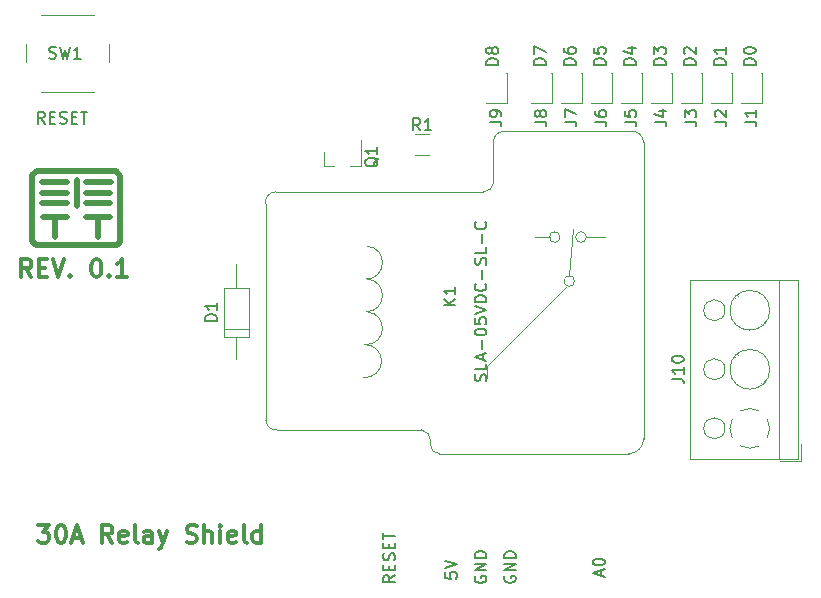
<source format=gto>
G04 #@! TF.GenerationSoftware,KiCad,Pcbnew,(2017-11-08 revision cd21218)-HEAD*
G04 #@! TF.CreationDate,2018-02-05T18:12:23+02:00*
G04 #@! TF.ProjectId,esp8266_uno_relay,657370383236365F756E6F5F72656C61,rev?*
G04 #@! TF.SameCoordinates,Original*
G04 #@! TF.FileFunction,Legend,Top*
G04 #@! TF.FilePolarity,Positive*
%FSLAX46Y46*%
G04 Gerber Fmt 4.6, Leading zero omitted, Abs format (unit mm)*
G04 Created by KiCad (PCBNEW (2017-11-08 revision cd21218)-HEAD) date Mon Feb  5 18:12:23 2018*
%MOMM*%
%LPD*%
G01*
G04 APERTURE LIST*
%ADD10C,0.300000*%
%ADD11C,0.150000*%
%ADD12C,0.500000*%
%ADD13C,0.100000*%
%ADD14C,0.120000*%
%ADD15C,3.600000*%
%ADD16C,4.600000*%
%ADD17C,2.800000*%
%ADD18O,2.000000X2.000000*%
%ADD19R,2.000000X2.000000*%
%ADD20R,1.670000X1.370000*%
%ADD21R,2.900000X2.900000*%
%ADD22C,2.900000*%
%ADD23R,1.200000X1.300000*%
%ADD24R,1.900000X1.700000*%
%ADD25C,2.400000*%
G04 APERTURE END LIST*
D10*
X107678571Y-116428571D02*
X107178571Y-115714285D01*
X106821428Y-116428571D02*
X106821428Y-114928571D01*
X107392857Y-114928571D01*
X107535714Y-115000000D01*
X107607142Y-115071428D01*
X107678571Y-115214285D01*
X107678571Y-115428571D01*
X107607142Y-115571428D01*
X107535714Y-115642857D01*
X107392857Y-115714285D01*
X106821428Y-115714285D01*
X108321428Y-115642857D02*
X108821428Y-115642857D01*
X109035714Y-116428571D02*
X108321428Y-116428571D01*
X108321428Y-114928571D01*
X109035714Y-114928571D01*
X109464285Y-114928571D02*
X109964285Y-116428571D01*
X110464285Y-114928571D01*
X110964285Y-116285714D02*
X111035714Y-116357142D01*
X110964285Y-116428571D01*
X110892857Y-116357142D01*
X110964285Y-116285714D01*
X110964285Y-116428571D01*
X113107142Y-114928571D02*
X113250000Y-114928571D01*
X113392857Y-115000000D01*
X113464285Y-115071428D01*
X113535714Y-115214285D01*
X113607142Y-115500000D01*
X113607142Y-115857142D01*
X113535714Y-116142857D01*
X113464285Y-116285714D01*
X113392857Y-116357142D01*
X113250000Y-116428571D01*
X113107142Y-116428571D01*
X112964285Y-116357142D01*
X112892857Y-116285714D01*
X112821428Y-116142857D01*
X112750000Y-115857142D01*
X112750000Y-115500000D01*
X112821428Y-115214285D01*
X112892857Y-115071428D01*
X112964285Y-115000000D01*
X113107142Y-114928571D01*
X114250000Y-116285714D02*
X114321428Y-116357142D01*
X114250000Y-116428571D01*
X114178571Y-116357142D01*
X114250000Y-116285714D01*
X114250000Y-116428571D01*
X115750000Y-116428571D02*
X114892857Y-116428571D01*
X115321428Y-116428571D02*
X115321428Y-114928571D01*
X115178571Y-115142857D01*
X115035714Y-115285714D01*
X114892857Y-115357142D01*
D11*
X168982380Y-98488095D02*
X167982380Y-98488095D01*
X167982380Y-98250000D01*
X168030000Y-98107142D01*
X168125238Y-98011904D01*
X168220476Y-97964285D01*
X168410952Y-97916666D01*
X168553809Y-97916666D01*
X168744285Y-97964285D01*
X168839523Y-98011904D01*
X168934761Y-98107142D01*
X168982380Y-98250000D01*
X168982380Y-98488095D01*
X167982380Y-97297619D02*
X167982380Y-97202380D01*
X168030000Y-97107142D01*
X168077619Y-97059523D01*
X168172857Y-97011904D01*
X168363333Y-96964285D01*
X168601428Y-96964285D01*
X168791904Y-97011904D01*
X168887142Y-97059523D01*
X168934761Y-97107142D01*
X168982380Y-97202380D01*
X168982380Y-97297619D01*
X168934761Y-97392857D01*
X168887142Y-97440476D01*
X168791904Y-97488095D01*
X168601428Y-97535714D01*
X168363333Y-97535714D01*
X168172857Y-97488095D01*
X168077619Y-97440476D01*
X168030000Y-97392857D01*
X167982380Y-97297619D01*
X166442380Y-98488095D02*
X165442380Y-98488095D01*
X165442380Y-98250000D01*
X165490000Y-98107142D01*
X165585238Y-98011904D01*
X165680476Y-97964285D01*
X165870952Y-97916666D01*
X166013809Y-97916666D01*
X166204285Y-97964285D01*
X166299523Y-98011904D01*
X166394761Y-98107142D01*
X166442380Y-98250000D01*
X166442380Y-98488095D01*
X166442380Y-96964285D02*
X166442380Y-97535714D01*
X166442380Y-97250000D02*
X165442380Y-97250000D01*
X165585238Y-97345238D01*
X165680476Y-97440476D01*
X165728095Y-97535714D01*
X163902380Y-98488095D02*
X162902380Y-98488095D01*
X162902380Y-98250000D01*
X162950000Y-98107142D01*
X163045238Y-98011904D01*
X163140476Y-97964285D01*
X163330952Y-97916666D01*
X163473809Y-97916666D01*
X163664285Y-97964285D01*
X163759523Y-98011904D01*
X163854761Y-98107142D01*
X163902380Y-98250000D01*
X163902380Y-98488095D01*
X162997619Y-97535714D02*
X162950000Y-97488095D01*
X162902380Y-97392857D01*
X162902380Y-97154761D01*
X162950000Y-97059523D01*
X162997619Y-97011904D01*
X163092857Y-96964285D01*
X163188095Y-96964285D01*
X163330952Y-97011904D01*
X163902380Y-97583333D01*
X163902380Y-96964285D01*
X161362380Y-98488095D02*
X160362380Y-98488095D01*
X160362380Y-98250000D01*
X160410000Y-98107142D01*
X160505238Y-98011904D01*
X160600476Y-97964285D01*
X160790952Y-97916666D01*
X160933809Y-97916666D01*
X161124285Y-97964285D01*
X161219523Y-98011904D01*
X161314761Y-98107142D01*
X161362380Y-98250000D01*
X161362380Y-98488095D01*
X160362380Y-97583333D02*
X160362380Y-96964285D01*
X160743333Y-97297619D01*
X160743333Y-97154761D01*
X160790952Y-97059523D01*
X160838571Y-97011904D01*
X160933809Y-96964285D01*
X161171904Y-96964285D01*
X161267142Y-97011904D01*
X161314761Y-97059523D01*
X161362380Y-97154761D01*
X161362380Y-97440476D01*
X161314761Y-97535714D01*
X161267142Y-97583333D01*
X158822380Y-98488095D02*
X157822380Y-98488095D01*
X157822380Y-98250000D01*
X157870000Y-98107142D01*
X157965238Y-98011904D01*
X158060476Y-97964285D01*
X158250952Y-97916666D01*
X158393809Y-97916666D01*
X158584285Y-97964285D01*
X158679523Y-98011904D01*
X158774761Y-98107142D01*
X158822380Y-98250000D01*
X158822380Y-98488095D01*
X158155714Y-97059523D02*
X158822380Y-97059523D01*
X157774761Y-97297619D02*
X158489047Y-97535714D01*
X158489047Y-96916666D01*
X156282380Y-98488095D02*
X155282380Y-98488095D01*
X155282380Y-98250000D01*
X155330000Y-98107142D01*
X155425238Y-98011904D01*
X155520476Y-97964285D01*
X155710952Y-97916666D01*
X155853809Y-97916666D01*
X156044285Y-97964285D01*
X156139523Y-98011904D01*
X156234761Y-98107142D01*
X156282380Y-98250000D01*
X156282380Y-98488095D01*
X155282380Y-97011904D02*
X155282380Y-97488095D01*
X155758571Y-97535714D01*
X155710952Y-97488095D01*
X155663333Y-97392857D01*
X155663333Y-97154761D01*
X155710952Y-97059523D01*
X155758571Y-97011904D01*
X155853809Y-96964285D01*
X156091904Y-96964285D01*
X156187142Y-97011904D01*
X156234761Y-97059523D01*
X156282380Y-97154761D01*
X156282380Y-97392857D01*
X156234761Y-97488095D01*
X156187142Y-97535714D01*
X153742380Y-98488095D02*
X152742380Y-98488095D01*
X152742380Y-98250000D01*
X152790000Y-98107142D01*
X152885238Y-98011904D01*
X152980476Y-97964285D01*
X153170952Y-97916666D01*
X153313809Y-97916666D01*
X153504285Y-97964285D01*
X153599523Y-98011904D01*
X153694761Y-98107142D01*
X153742380Y-98250000D01*
X153742380Y-98488095D01*
X152742380Y-97059523D02*
X152742380Y-97250000D01*
X152790000Y-97345238D01*
X152837619Y-97392857D01*
X152980476Y-97488095D01*
X153170952Y-97535714D01*
X153551904Y-97535714D01*
X153647142Y-97488095D01*
X153694761Y-97440476D01*
X153742380Y-97345238D01*
X153742380Y-97154761D01*
X153694761Y-97059523D01*
X153647142Y-97011904D01*
X153551904Y-96964285D01*
X153313809Y-96964285D01*
X153218571Y-97011904D01*
X153170952Y-97059523D01*
X153123333Y-97154761D01*
X153123333Y-97345238D01*
X153170952Y-97440476D01*
X153218571Y-97488095D01*
X153313809Y-97535714D01*
X151202380Y-98488095D02*
X150202380Y-98488095D01*
X150202380Y-98250000D01*
X150250000Y-98107142D01*
X150345238Y-98011904D01*
X150440476Y-97964285D01*
X150630952Y-97916666D01*
X150773809Y-97916666D01*
X150964285Y-97964285D01*
X151059523Y-98011904D01*
X151154761Y-98107142D01*
X151202380Y-98250000D01*
X151202380Y-98488095D01*
X150202380Y-97583333D02*
X150202380Y-96916666D01*
X151202380Y-97345238D01*
X147202380Y-98488095D02*
X146202380Y-98488095D01*
X146202380Y-98250000D01*
X146250000Y-98107142D01*
X146345238Y-98011904D01*
X146440476Y-97964285D01*
X146630952Y-97916666D01*
X146773809Y-97916666D01*
X146964285Y-97964285D01*
X147059523Y-98011904D01*
X147154761Y-98107142D01*
X147202380Y-98250000D01*
X147202380Y-98488095D01*
X146630952Y-97345238D02*
X146583333Y-97440476D01*
X146535714Y-97488095D01*
X146440476Y-97535714D01*
X146392857Y-97535714D01*
X146297619Y-97488095D01*
X146250000Y-97440476D01*
X146202380Y-97345238D01*
X146202380Y-97154761D01*
X146250000Y-97059523D01*
X146297619Y-97011904D01*
X146392857Y-96964285D01*
X146440476Y-96964285D01*
X146535714Y-97011904D01*
X146583333Y-97059523D01*
X146630952Y-97154761D01*
X146630952Y-97345238D01*
X146678571Y-97440476D01*
X146726190Y-97488095D01*
X146821428Y-97535714D01*
X147011904Y-97535714D01*
X147107142Y-97488095D01*
X147154761Y-97440476D01*
X147202380Y-97345238D01*
X147202380Y-97154761D01*
X147154761Y-97059523D01*
X147107142Y-97011904D01*
X147011904Y-96964285D01*
X146821428Y-96964285D01*
X146726190Y-97011904D01*
X146678571Y-97059523D01*
X146630952Y-97154761D01*
X155916666Y-141714285D02*
X155916666Y-141238095D01*
X156202380Y-141809523D02*
X155202380Y-141476190D01*
X156202380Y-141142857D01*
X155202380Y-140619047D02*
X155202380Y-140523809D01*
X155250000Y-140428571D01*
X155297619Y-140380952D01*
X155392857Y-140333333D01*
X155583333Y-140285714D01*
X155821428Y-140285714D01*
X156011904Y-140333333D01*
X156107142Y-140380952D01*
X156154761Y-140428571D01*
X156202380Y-140523809D01*
X156202380Y-140619047D01*
X156154761Y-140714285D01*
X156107142Y-140761904D01*
X156011904Y-140809523D01*
X155821428Y-140857142D01*
X155583333Y-140857142D01*
X155392857Y-140809523D01*
X155297619Y-140761904D01*
X155250000Y-140714285D01*
X155202380Y-140619047D01*
X147750000Y-141761904D02*
X147702380Y-141857142D01*
X147702380Y-142000000D01*
X147750000Y-142142857D01*
X147845238Y-142238095D01*
X147940476Y-142285714D01*
X148130952Y-142333333D01*
X148273809Y-142333333D01*
X148464285Y-142285714D01*
X148559523Y-142238095D01*
X148654761Y-142142857D01*
X148702380Y-142000000D01*
X148702380Y-141904761D01*
X148654761Y-141761904D01*
X148607142Y-141714285D01*
X148273809Y-141714285D01*
X148273809Y-141904761D01*
X148702380Y-141285714D02*
X147702380Y-141285714D01*
X148702380Y-140714285D01*
X147702380Y-140714285D01*
X148702380Y-140238095D02*
X147702380Y-140238095D01*
X147702380Y-140000000D01*
X147750000Y-139857142D01*
X147845238Y-139761904D01*
X147940476Y-139714285D01*
X148130952Y-139666666D01*
X148273809Y-139666666D01*
X148464285Y-139714285D01*
X148559523Y-139761904D01*
X148654761Y-139857142D01*
X148702380Y-140000000D01*
X148702380Y-140238095D01*
X145250000Y-141761904D02*
X145202380Y-141857142D01*
X145202380Y-142000000D01*
X145250000Y-142142857D01*
X145345238Y-142238095D01*
X145440476Y-142285714D01*
X145630952Y-142333333D01*
X145773809Y-142333333D01*
X145964285Y-142285714D01*
X146059523Y-142238095D01*
X146154761Y-142142857D01*
X146202380Y-142000000D01*
X146202380Y-141904761D01*
X146154761Y-141761904D01*
X146107142Y-141714285D01*
X145773809Y-141714285D01*
X145773809Y-141904761D01*
X146202380Y-141285714D02*
X145202380Y-141285714D01*
X146202380Y-140714285D01*
X145202380Y-140714285D01*
X146202380Y-140238095D02*
X145202380Y-140238095D01*
X145202380Y-140000000D01*
X145250000Y-139857142D01*
X145345238Y-139761904D01*
X145440476Y-139714285D01*
X145630952Y-139666666D01*
X145773809Y-139666666D01*
X145964285Y-139714285D01*
X146059523Y-139761904D01*
X146154761Y-139857142D01*
X146202380Y-140000000D01*
X146202380Y-140238095D01*
X138452380Y-141702380D02*
X137976190Y-142035714D01*
X138452380Y-142273809D02*
X137452380Y-142273809D01*
X137452380Y-141892857D01*
X137500000Y-141797619D01*
X137547619Y-141750000D01*
X137642857Y-141702380D01*
X137785714Y-141702380D01*
X137880952Y-141750000D01*
X137928571Y-141797619D01*
X137976190Y-141892857D01*
X137976190Y-142273809D01*
X137928571Y-141273809D02*
X137928571Y-140940476D01*
X138452380Y-140797619D02*
X138452380Y-141273809D01*
X137452380Y-141273809D01*
X137452380Y-140797619D01*
X138404761Y-140416666D02*
X138452380Y-140273809D01*
X138452380Y-140035714D01*
X138404761Y-139940476D01*
X138357142Y-139892857D01*
X138261904Y-139845238D01*
X138166666Y-139845238D01*
X138071428Y-139892857D01*
X138023809Y-139940476D01*
X137976190Y-140035714D01*
X137928571Y-140226190D01*
X137880952Y-140321428D01*
X137833333Y-140369047D01*
X137738095Y-140416666D01*
X137642857Y-140416666D01*
X137547619Y-140369047D01*
X137500000Y-140321428D01*
X137452380Y-140226190D01*
X137452380Y-139988095D01*
X137500000Y-139845238D01*
X137928571Y-139416666D02*
X137928571Y-139083333D01*
X138452380Y-138940476D02*
X138452380Y-139416666D01*
X137452380Y-139416666D01*
X137452380Y-138940476D01*
X137452380Y-138654761D02*
X137452380Y-138083333D01*
X138452380Y-138369047D02*
X137452380Y-138369047D01*
X142702380Y-141440476D02*
X142702380Y-141916666D01*
X143178571Y-141964285D01*
X143130952Y-141916666D01*
X143083333Y-141821428D01*
X143083333Y-141583333D01*
X143130952Y-141488095D01*
X143178571Y-141440476D01*
X143273809Y-141392857D01*
X143511904Y-141392857D01*
X143607142Y-141440476D01*
X143654761Y-141488095D01*
X143702380Y-141583333D01*
X143702380Y-141821428D01*
X143654761Y-141916666D01*
X143607142Y-141964285D01*
X142702380Y-141107142D02*
X143702380Y-140773809D01*
X142702380Y-140440476D01*
D10*
X108250000Y-137428571D02*
X109178571Y-137428571D01*
X108678571Y-138000000D01*
X108892857Y-138000000D01*
X109035714Y-138071428D01*
X109107142Y-138142857D01*
X109178571Y-138285714D01*
X109178571Y-138642857D01*
X109107142Y-138785714D01*
X109035714Y-138857142D01*
X108892857Y-138928571D01*
X108464285Y-138928571D01*
X108321428Y-138857142D01*
X108250000Y-138785714D01*
X110107142Y-137428571D02*
X110250000Y-137428571D01*
X110392857Y-137500000D01*
X110464285Y-137571428D01*
X110535714Y-137714285D01*
X110607142Y-138000000D01*
X110607142Y-138357142D01*
X110535714Y-138642857D01*
X110464285Y-138785714D01*
X110392857Y-138857142D01*
X110250000Y-138928571D01*
X110107142Y-138928571D01*
X109964285Y-138857142D01*
X109892857Y-138785714D01*
X109821428Y-138642857D01*
X109750000Y-138357142D01*
X109750000Y-138000000D01*
X109821428Y-137714285D01*
X109892857Y-137571428D01*
X109964285Y-137500000D01*
X110107142Y-137428571D01*
X111178571Y-138500000D02*
X111892857Y-138500000D01*
X111035714Y-138928571D02*
X111535714Y-137428571D01*
X112035714Y-138928571D01*
X114535714Y-138928571D02*
X114035714Y-138214285D01*
X113678571Y-138928571D02*
X113678571Y-137428571D01*
X114250000Y-137428571D01*
X114392857Y-137500000D01*
X114464285Y-137571428D01*
X114535714Y-137714285D01*
X114535714Y-137928571D01*
X114464285Y-138071428D01*
X114392857Y-138142857D01*
X114250000Y-138214285D01*
X113678571Y-138214285D01*
X115750000Y-138857142D02*
X115607142Y-138928571D01*
X115321428Y-138928571D01*
X115178571Y-138857142D01*
X115107142Y-138714285D01*
X115107142Y-138142857D01*
X115178571Y-138000000D01*
X115321428Y-137928571D01*
X115607142Y-137928571D01*
X115750000Y-138000000D01*
X115821428Y-138142857D01*
X115821428Y-138285714D01*
X115107142Y-138428571D01*
X116678571Y-138928571D02*
X116535714Y-138857142D01*
X116464285Y-138714285D01*
X116464285Y-137428571D01*
X117892857Y-138928571D02*
X117892857Y-138142857D01*
X117821428Y-138000000D01*
X117678571Y-137928571D01*
X117392857Y-137928571D01*
X117250000Y-138000000D01*
X117892857Y-138857142D02*
X117750000Y-138928571D01*
X117392857Y-138928571D01*
X117250000Y-138857142D01*
X117178571Y-138714285D01*
X117178571Y-138571428D01*
X117250000Y-138428571D01*
X117392857Y-138357142D01*
X117750000Y-138357142D01*
X117892857Y-138285714D01*
X118464285Y-137928571D02*
X118821428Y-138928571D01*
X119178571Y-137928571D02*
X118821428Y-138928571D01*
X118678571Y-139285714D01*
X118607142Y-139357142D01*
X118464285Y-139428571D01*
X120821428Y-138857142D02*
X121035714Y-138928571D01*
X121392857Y-138928571D01*
X121535714Y-138857142D01*
X121607142Y-138785714D01*
X121678571Y-138642857D01*
X121678571Y-138500000D01*
X121607142Y-138357142D01*
X121535714Y-138285714D01*
X121392857Y-138214285D01*
X121107142Y-138142857D01*
X120964285Y-138071428D01*
X120892857Y-138000000D01*
X120821428Y-137857142D01*
X120821428Y-137714285D01*
X120892857Y-137571428D01*
X120964285Y-137500000D01*
X121107142Y-137428571D01*
X121464285Y-137428571D01*
X121678571Y-137500000D01*
X122321428Y-138928571D02*
X122321428Y-137428571D01*
X122964285Y-138928571D02*
X122964285Y-138142857D01*
X122892857Y-138000000D01*
X122750000Y-137928571D01*
X122535714Y-137928571D01*
X122392857Y-138000000D01*
X122321428Y-138071428D01*
X123678571Y-138928571D02*
X123678571Y-137928571D01*
X123678571Y-137428571D02*
X123607142Y-137500000D01*
X123678571Y-137571428D01*
X123750000Y-137500000D01*
X123678571Y-137428571D01*
X123678571Y-137571428D01*
X124964285Y-138857142D02*
X124821428Y-138928571D01*
X124535714Y-138928571D01*
X124392857Y-138857142D01*
X124321428Y-138714285D01*
X124321428Y-138142857D01*
X124392857Y-138000000D01*
X124535714Y-137928571D01*
X124821428Y-137928571D01*
X124964285Y-138000000D01*
X125035714Y-138142857D01*
X125035714Y-138285714D01*
X124321428Y-138428571D01*
X125892857Y-138928571D02*
X125750000Y-138857142D01*
X125678571Y-138714285D01*
X125678571Y-137428571D01*
X127107142Y-138928571D02*
X127107142Y-137428571D01*
X127107142Y-138857142D02*
X126964285Y-138928571D01*
X126678571Y-138928571D01*
X126535714Y-138857142D01*
X126464285Y-138785714D01*
X126392857Y-138642857D01*
X126392857Y-138214285D01*
X126464285Y-138071428D01*
X126535714Y-138000000D01*
X126678571Y-137928571D01*
X126964285Y-137928571D01*
X127107142Y-138000000D01*
D11*
X110712600Y-108430600D02*
X110712600Y-108430600D01*
D12*
X108599911Y-108430600D02*
X110712600Y-108430600D01*
X107700000Y-107821000D02*
X108131800Y-107465400D01*
X108199985Y-107465400D02*
X114800017Y-107465400D01*
X107700000Y-113350956D02*
X107700000Y-107846400D01*
X108055600Y-113750000D02*
X107700000Y-113394400D01*
X114900000Y-113750000D02*
X108100000Y-113750000D01*
X115200000Y-113450000D02*
X114895200Y-113754800D01*
X115200000Y-107850000D02*
X115200000Y-113453646D01*
X114819000Y-107465400D02*
X115200000Y-107846400D01*
X108599255Y-109294200D02*
X110687200Y-109294200D01*
X108599986Y-110157800D02*
X110661800Y-110157800D01*
X112312800Y-108430600D02*
X114400090Y-108430600D01*
X112287400Y-109294200D02*
X114300773Y-109294200D01*
X112297879Y-110157800D02*
X114302084Y-110157800D01*
X111500000Y-110462600D02*
X111500000Y-108194000D01*
X110700136Y-111326200D02*
X108631400Y-111326200D01*
X109700000Y-111326200D02*
X109700000Y-113050000D01*
X113300000Y-111326200D02*
X113300000Y-113050019D01*
X114300141Y-111326200D02*
X112299866Y-111326200D01*
D13*
X141466251Y-130655681D02*
G75*
G03X142204600Y-131394030I738349J0D01*
G01*
X146274579Y-124952718D02*
X146274579Y-123941447D01*
X145963101Y-109225569D02*
G75*
G03X146795967Y-108446629I-21468J857686D01*
G01*
X156211040Y-113052490D02*
X154655432Y-113052490D01*
X140731400Y-129385681D02*
X128447657Y-129385681D01*
X145952368Y-109225562D02*
X128360000Y-109225562D01*
X141464790Y-130655682D02*
X141464790Y-130296911D01*
X158207410Y-131392314D02*
G75*
G03X159503036Y-130147681I49990J1244633D01*
G01*
X136087396Y-119385978D02*
G75*
G02X135976423Y-122162988I-85784J-1387294D01*
G01*
X135866034Y-122163004D02*
G75*
G02X135756289Y-124940054I67829J-1393374D01*
G01*
X153052146Y-117163880D02*
X146274579Y-123941447D01*
X141473569Y-130275227D02*
G75*
G03X140706000Y-129385681I-869169J25946D01*
G01*
X159501346Y-105045022D02*
G75*
G03X158474127Y-104110129I-938953J98D01*
G01*
X159508224Y-130122281D02*
X159508224Y-104970080D01*
X150322192Y-113052490D02*
X151544214Y-113052490D01*
X127521907Y-128521575D02*
G75*
G03X128437800Y-129385681I865093J-506D01*
G01*
X142179200Y-131392281D02*
X158230000Y-131392281D01*
X128360000Y-109230116D02*
G75*
G03X127510000Y-110220000I0J-859884D01*
G01*
X127508224Y-128547483D02*
X127508224Y-110225562D01*
X153656647Y-116775283D02*
G75*
G03X153656647Y-116775283I-445911J0D01*
G01*
X158501903Y-104110129D02*
X147655632Y-104110129D01*
X153211018Y-116274621D02*
X153552146Y-112413880D01*
X136087396Y-113831844D02*
G75*
G02X135976423Y-116608854I-85784J-1387294D01*
G01*
X146795967Y-108446629D02*
X146795967Y-104969794D01*
X147655632Y-104110129D02*
G75*
G03X146795967Y-104969794I0J-859665D01*
G01*
X136087396Y-116608911D02*
G75*
G02X135976423Y-119385921I-85784J-1387294D01*
G01*
X154655714Y-113052772D02*
G75*
G03X154655714Y-113052772I-445911J0D01*
G01*
X152434625Y-113052772D02*
G75*
G03X152434625Y-113052772I-445911J0D01*
G01*
D14*
X123940000Y-121480000D02*
X126060000Y-121480000D01*
X126060000Y-121480000D02*
X126060000Y-117360000D01*
X126060000Y-117360000D02*
X123940000Y-117360000D01*
X123940000Y-117360000D02*
X123940000Y-121480000D01*
X125000000Y-123520000D02*
X125000000Y-121480000D01*
X125000000Y-115320000D02*
X125000000Y-117360000D01*
X123940000Y-120820000D02*
X126060000Y-120820000D01*
X169500000Y-101690000D02*
X169500000Y-99150000D01*
X167720000Y-99150000D02*
X167720000Y-101690000D01*
X167720000Y-99150000D02*
X169500000Y-99150000D01*
X169500000Y-101690000D02*
X167720000Y-101690000D01*
X166960000Y-101690000D02*
X165180000Y-101690000D01*
X165180000Y-99150000D02*
X166960000Y-99150000D01*
X165180000Y-99150000D02*
X165180000Y-101690000D01*
X166960000Y-101690000D02*
X166960000Y-99150000D01*
X164420000Y-101690000D02*
X164420000Y-99150000D01*
X162640000Y-99150000D02*
X162640000Y-101690000D01*
X162640000Y-99150000D02*
X164420000Y-99150000D01*
X164420000Y-101690000D02*
X162640000Y-101690000D01*
X161880000Y-101690000D02*
X160100000Y-101690000D01*
X160100000Y-99150000D02*
X161880000Y-99150000D01*
X160100000Y-99150000D02*
X160100000Y-101690000D01*
X161880000Y-101690000D02*
X161880000Y-99150000D01*
X159340000Y-101690000D02*
X159340000Y-99150000D01*
X157560000Y-99150000D02*
X157560000Y-101690000D01*
X157560000Y-99150000D02*
X159340000Y-99150000D01*
X159340000Y-101690000D02*
X157560000Y-101690000D01*
X156800000Y-101690000D02*
X155020000Y-101690000D01*
X155020000Y-99150000D02*
X156800000Y-99150000D01*
X155020000Y-99150000D02*
X155020000Y-101690000D01*
X156800000Y-101690000D02*
X156800000Y-99150000D01*
X154260000Y-101690000D02*
X154260000Y-99150000D01*
X152480000Y-99150000D02*
X152480000Y-101690000D01*
X152480000Y-99150000D02*
X154260000Y-99150000D01*
X154260000Y-101690000D02*
X152480000Y-101690000D01*
X151720000Y-101690000D02*
X149940000Y-101690000D01*
X149940000Y-99150000D02*
X151720000Y-99150000D01*
X149940000Y-99150000D02*
X149940000Y-101690000D01*
X151720000Y-101690000D02*
X151720000Y-99150000D01*
X147910000Y-101690000D02*
X147910000Y-99150000D01*
X146130000Y-99150000D02*
X146130000Y-101690000D01*
X146130000Y-99150000D02*
X147910000Y-99150000D01*
X147910000Y-101690000D02*
X146130000Y-101690000D01*
X169983352Y-128461288D02*
G75*
G02X170180000Y-129250000I-1483352J-788712D01*
G01*
X167710912Y-127766047D02*
G75*
G02X169289000Y-127766000I789088J-1483953D01*
G01*
X167016047Y-130039088D02*
G75*
G02X167016000Y-128461000I1483953J789088D01*
G01*
X169289088Y-130733953D02*
G75*
G02X167711000Y-130734000I-789088J1483953D01*
G01*
X170180450Y-129220617D02*
G75*
G02X169984000Y-130039000I-1680450J-29383D01*
G01*
X166400000Y-129250000D02*
G75*
G03X166400000Y-129250000I-900000J0D01*
G01*
X170180000Y-124250000D02*
G75*
G03X170180000Y-124250000I-1680000J0D01*
G01*
X166400000Y-124250000D02*
G75*
G03X166400000Y-124250000I-900000J0D01*
G01*
X170180000Y-119250000D02*
G75*
G03X170180000Y-119250000I-1680000J0D01*
G01*
X166400000Y-119250000D02*
G75*
G03X166400000Y-119250000I-900000J0D01*
G01*
X171000000Y-131810000D02*
X171000000Y-116690000D01*
X163440000Y-131810000D02*
X172560000Y-131810000D01*
X172560000Y-131810000D02*
X172560000Y-116690000D01*
X172560000Y-116690000D02*
X163440000Y-116690000D01*
X163440000Y-116690000D02*
X163440000Y-131810000D01*
X167431000Y-122975000D02*
X167524000Y-123069000D01*
X169716000Y-125260000D02*
X169774000Y-125319000D01*
X167225000Y-123180000D02*
X167284000Y-123239000D01*
X169476000Y-125430000D02*
X169569000Y-125524000D01*
X167431000Y-117975000D02*
X167524000Y-118069000D01*
X169716000Y-120260000D02*
X169774000Y-120319000D01*
X167225000Y-118180000D02*
X167284000Y-118239000D01*
X169476000Y-120430000D02*
X169569000Y-120524000D01*
X171060000Y-132050000D02*
X172800000Y-132050000D01*
X172800000Y-132050000D02*
X172800000Y-130550000D01*
X132420000Y-107010000D02*
X133350000Y-107010000D01*
X135580000Y-107010000D02*
X134650000Y-107010000D01*
X135580000Y-107010000D02*
X135580000Y-104850000D01*
X132420000Y-107010000D02*
X132420000Y-105550000D01*
X141350000Y-106130000D02*
X140150000Y-106130000D01*
X140150000Y-104370000D02*
X141350000Y-104370000D01*
X113000000Y-94250000D02*
X108500000Y-94250000D01*
X114250000Y-98250000D02*
X114250000Y-96750000D01*
X108500000Y-100750000D02*
X113000000Y-100750000D01*
X107250000Y-96750000D02*
X107250000Y-98250000D01*
D11*
X143570680Y-118846176D02*
X142570680Y-118846176D01*
X143570680Y-118274747D02*
X142999252Y-118703319D01*
X142570680Y-118274747D02*
X143142109Y-118846176D01*
X143570680Y-117322366D02*
X143570680Y-117893795D01*
X143570680Y-117608081D02*
X142570680Y-117608081D01*
X142713538Y-117703319D01*
X142808776Y-117798557D01*
X142856395Y-117893795D01*
X146154761Y-125238095D02*
X146202380Y-125095238D01*
X146202380Y-124857142D01*
X146154761Y-124761904D01*
X146107142Y-124714285D01*
X146011904Y-124666666D01*
X145916666Y-124666666D01*
X145821428Y-124714285D01*
X145773809Y-124761904D01*
X145726190Y-124857142D01*
X145678571Y-125047619D01*
X145630952Y-125142857D01*
X145583333Y-125190476D01*
X145488095Y-125238095D01*
X145392857Y-125238095D01*
X145297619Y-125190476D01*
X145250000Y-125142857D01*
X145202380Y-125047619D01*
X145202380Y-124809523D01*
X145250000Y-124666666D01*
X146202380Y-123761904D02*
X146202380Y-124238095D01*
X145202380Y-124238095D01*
X145916666Y-123476190D02*
X145916666Y-123000000D01*
X146202380Y-123571428D02*
X145202380Y-123238095D01*
X146202380Y-122904761D01*
X145821428Y-122571428D02*
X145821428Y-121809523D01*
X145202380Y-121142857D02*
X145202380Y-121047619D01*
X145250000Y-120952380D01*
X145297619Y-120904761D01*
X145392857Y-120857142D01*
X145583333Y-120809523D01*
X145821428Y-120809523D01*
X146011904Y-120857142D01*
X146107142Y-120904761D01*
X146154761Y-120952380D01*
X146202380Y-121047619D01*
X146202380Y-121142857D01*
X146154761Y-121238095D01*
X146107142Y-121285714D01*
X146011904Y-121333333D01*
X145821428Y-121380952D01*
X145583333Y-121380952D01*
X145392857Y-121333333D01*
X145297619Y-121285714D01*
X145250000Y-121238095D01*
X145202380Y-121142857D01*
X145202380Y-119904761D02*
X145202380Y-120380952D01*
X145678571Y-120428571D01*
X145630952Y-120380952D01*
X145583333Y-120285714D01*
X145583333Y-120047619D01*
X145630952Y-119952380D01*
X145678571Y-119904761D01*
X145773809Y-119857142D01*
X146011904Y-119857142D01*
X146107142Y-119904761D01*
X146154761Y-119952380D01*
X146202380Y-120047619D01*
X146202380Y-120285714D01*
X146154761Y-120380952D01*
X146107142Y-120428571D01*
X145202380Y-119571428D02*
X146202380Y-119238095D01*
X145202380Y-118904761D01*
X146202380Y-118571428D02*
X145202380Y-118571428D01*
X145202380Y-118333333D01*
X145250000Y-118190476D01*
X145345238Y-118095238D01*
X145440476Y-118047619D01*
X145630952Y-118000000D01*
X145773809Y-118000000D01*
X145964285Y-118047619D01*
X146059523Y-118095238D01*
X146154761Y-118190476D01*
X146202380Y-118333333D01*
X146202380Y-118571428D01*
X146107142Y-117000000D02*
X146154761Y-117047619D01*
X146202380Y-117190476D01*
X146202380Y-117285714D01*
X146154761Y-117428571D01*
X146059523Y-117523809D01*
X145964285Y-117571428D01*
X145773809Y-117619047D01*
X145630952Y-117619047D01*
X145440476Y-117571428D01*
X145345238Y-117523809D01*
X145250000Y-117428571D01*
X145202380Y-117285714D01*
X145202380Y-117190476D01*
X145250000Y-117047619D01*
X145297619Y-117000000D01*
X145821428Y-116571428D02*
X145821428Y-115809523D01*
X146154761Y-115380952D02*
X146202380Y-115238095D01*
X146202380Y-115000000D01*
X146154761Y-114904761D01*
X146107142Y-114857142D01*
X146011904Y-114809523D01*
X145916666Y-114809523D01*
X145821428Y-114857142D01*
X145773809Y-114904761D01*
X145726190Y-115000000D01*
X145678571Y-115190476D01*
X145630952Y-115285714D01*
X145583333Y-115333333D01*
X145488095Y-115380952D01*
X145392857Y-115380952D01*
X145297619Y-115333333D01*
X145250000Y-115285714D01*
X145202380Y-115190476D01*
X145202380Y-114952380D01*
X145250000Y-114809523D01*
X146202380Y-113904761D02*
X146202380Y-114380952D01*
X145202380Y-114380952D01*
X145821428Y-113571428D02*
X145821428Y-112809523D01*
X146107142Y-111761904D02*
X146154761Y-111809523D01*
X146202380Y-111952380D01*
X146202380Y-112047619D01*
X146154761Y-112190476D01*
X146059523Y-112285714D01*
X145964285Y-112333333D01*
X145773809Y-112380952D01*
X145630952Y-112380952D01*
X145440476Y-112333333D01*
X145345238Y-112285714D01*
X145250000Y-112190476D01*
X145202380Y-112047619D01*
X145202380Y-111952380D01*
X145250000Y-111809523D01*
X145297619Y-111761904D01*
X123392380Y-120158095D02*
X122392380Y-120158095D01*
X122392380Y-119920000D01*
X122440000Y-119777142D01*
X122535238Y-119681904D01*
X122630476Y-119634285D01*
X122820952Y-119586666D01*
X122963809Y-119586666D01*
X123154285Y-119634285D01*
X123249523Y-119681904D01*
X123344761Y-119777142D01*
X123392380Y-119920000D01*
X123392380Y-120158095D01*
X123392380Y-118634285D02*
X123392380Y-119205714D01*
X123392380Y-118920000D02*
X122392380Y-118920000D01*
X122535238Y-119015238D01*
X122630476Y-119110476D01*
X122678095Y-119205714D01*
X168062380Y-103293333D02*
X168776666Y-103293333D01*
X168919523Y-103340952D01*
X169014761Y-103436190D01*
X169062380Y-103579047D01*
X169062380Y-103674285D01*
X169062380Y-102293333D02*
X169062380Y-102864761D01*
X169062380Y-102579047D02*
X168062380Y-102579047D01*
X168205238Y-102674285D01*
X168300476Y-102769523D01*
X168348095Y-102864761D01*
X165522380Y-103293333D02*
X166236666Y-103293333D01*
X166379523Y-103340952D01*
X166474761Y-103436190D01*
X166522380Y-103579047D01*
X166522380Y-103674285D01*
X165617619Y-102864761D02*
X165570000Y-102817142D01*
X165522380Y-102721904D01*
X165522380Y-102483809D01*
X165570000Y-102388571D01*
X165617619Y-102340952D01*
X165712857Y-102293333D01*
X165808095Y-102293333D01*
X165950952Y-102340952D01*
X166522380Y-102912380D01*
X166522380Y-102293333D01*
X162982380Y-103293333D02*
X163696666Y-103293333D01*
X163839523Y-103340952D01*
X163934761Y-103436190D01*
X163982380Y-103579047D01*
X163982380Y-103674285D01*
X162982380Y-102912380D02*
X162982380Y-102293333D01*
X163363333Y-102626666D01*
X163363333Y-102483809D01*
X163410952Y-102388571D01*
X163458571Y-102340952D01*
X163553809Y-102293333D01*
X163791904Y-102293333D01*
X163887142Y-102340952D01*
X163934761Y-102388571D01*
X163982380Y-102483809D01*
X163982380Y-102769523D01*
X163934761Y-102864761D01*
X163887142Y-102912380D01*
X160442380Y-103293333D02*
X161156666Y-103293333D01*
X161299523Y-103340952D01*
X161394761Y-103436190D01*
X161442380Y-103579047D01*
X161442380Y-103674285D01*
X160775714Y-102388571D02*
X161442380Y-102388571D01*
X160394761Y-102626666D02*
X161109047Y-102864761D01*
X161109047Y-102245714D01*
X157902380Y-103293333D02*
X158616666Y-103293333D01*
X158759523Y-103340952D01*
X158854761Y-103436190D01*
X158902380Y-103579047D01*
X158902380Y-103674285D01*
X157902380Y-102340952D02*
X157902380Y-102817142D01*
X158378571Y-102864761D01*
X158330952Y-102817142D01*
X158283333Y-102721904D01*
X158283333Y-102483809D01*
X158330952Y-102388571D01*
X158378571Y-102340952D01*
X158473809Y-102293333D01*
X158711904Y-102293333D01*
X158807142Y-102340952D01*
X158854761Y-102388571D01*
X158902380Y-102483809D01*
X158902380Y-102721904D01*
X158854761Y-102817142D01*
X158807142Y-102864761D01*
X155362380Y-103293333D02*
X156076666Y-103293333D01*
X156219523Y-103340952D01*
X156314761Y-103436190D01*
X156362380Y-103579047D01*
X156362380Y-103674285D01*
X155362380Y-102388571D02*
X155362380Y-102579047D01*
X155410000Y-102674285D01*
X155457619Y-102721904D01*
X155600476Y-102817142D01*
X155790952Y-102864761D01*
X156171904Y-102864761D01*
X156267142Y-102817142D01*
X156314761Y-102769523D01*
X156362380Y-102674285D01*
X156362380Y-102483809D01*
X156314761Y-102388571D01*
X156267142Y-102340952D01*
X156171904Y-102293333D01*
X155933809Y-102293333D01*
X155838571Y-102340952D01*
X155790952Y-102388571D01*
X155743333Y-102483809D01*
X155743333Y-102674285D01*
X155790952Y-102769523D01*
X155838571Y-102817142D01*
X155933809Y-102864761D01*
X152822380Y-103293333D02*
X153536666Y-103293333D01*
X153679523Y-103340952D01*
X153774761Y-103436190D01*
X153822380Y-103579047D01*
X153822380Y-103674285D01*
X152822380Y-102912380D02*
X152822380Y-102245714D01*
X153822380Y-102674285D01*
X150282380Y-103293333D02*
X150996666Y-103293333D01*
X151139523Y-103340952D01*
X151234761Y-103436190D01*
X151282380Y-103579047D01*
X151282380Y-103674285D01*
X150710952Y-102674285D02*
X150663333Y-102769523D01*
X150615714Y-102817142D01*
X150520476Y-102864761D01*
X150472857Y-102864761D01*
X150377619Y-102817142D01*
X150330000Y-102769523D01*
X150282380Y-102674285D01*
X150282380Y-102483809D01*
X150330000Y-102388571D01*
X150377619Y-102340952D01*
X150472857Y-102293333D01*
X150520476Y-102293333D01*
X150615714Y-102340952D01*
X150663333Y-102388571D01*
X150710952Y-102483809D01*
X150710952Y-102674285D01*
X150758571Y-102769523D01*
X150806190Y-102817142D01*
X150901428Y-102864761D01*
X151091904Y-102864761D01*
X151187142Y-102817142D01*
X151234761Y-102769523D01*
X151282380Y-102674285D01*
X151282380Y-102483809D01*
X151234761Y-102388571D01*
X151187142Y-102340952D01*
X151091904Y-102293333D01*
X150901428Y-102293333D01*
X150806190Y-102340952D01*
X150758571Y-102388571D01*
X150710952Y-102483809D01*
X146472380Y-103293333D02*
X147186666Y-103293333D01*
X147329523Y-103340952D01*
X147424761Y-103436190D01*
X147472380Y-103579047D01*
X147472380Y-103674285D01*
X147472380Y-102769523D02*
X147472380Y-102579047D01*
X147424761Y-102483809D01*
X147377142Y-102436190D01*
X147234285Y-102340952D01*
X147043809Y-102293333D01*
X146662857Y-102293333D01*
X146567619Y-102340952D01*
X146520000Y-102388571D01*
X146472380Y-102483809D01*
X146472380Y-102674285D01*
X146520000Y-102769523D01*
X146567619Y-102817142D01*
X146662857Y-102864761D01*
X146900952Y-102864761D01*
X146996190Y-102817142D01*
X147043809Y-102769523D01*
X147091428Y-102674285D01*
X147091428Y-102483809D01*
X147043809Y-102388571D01*
X146996190Y-102340952D01*
X146900952Y-102293333D01*
X161892380Y-125059523D02*
X162606666Y-125059523D01*
X162749523Y-125107142D01*
X162844761Y-125202380D01*
X162892380Y-125345238D01*
X162892380Y-125440476D01*
X162892380Y-124059523D02*
X162892380Y-124630952D01*
X162892380Y-124345238D02*
X161892380Y-124345238D01*
X162035238Y-124440476D01*
X162130476Y-124535714D01*
X162178095Y-124630952D01*
X161892380Y-123440476D02*
X161892380Y-123345238D01*
X161940000Y-123250000D01*
X161987619Y-123202380D01*
X162082857Y-123154761D01*
X162273333Y-123107142D01*
X162511428Y-123107142D01*
X162701904Y-123154761D01*
X162797142Y-123202380D01*
X162844761Y-123250000D01*
X162892380Y-123345238D01*
X162892380Y-123440476D01*
X162844761Y-123535714D01*
X162797142Y-123583333D01*
X162701904Y-123630952D01*
X162511428Y-123678571D01*
X162273333Y-123678571D01*
X162082857Y-123630952D01*
X161987619Y-123583333D01*
X161940000Y-123535714D01*
X161892380Y-123440476D01*
X137047619Y-106345238D02*
X137000000Y-106440476D01*
X136904761Y-106535714D01*
X136761904Y-106678571D01*
X136714285Y-106773809D01*
X136714285Y-106869047D01*
X136952380Y-106821428D02*
X136904761Y-106916666D01*
X136809523Y-107011904D01*
X136619047Y-107059523D01*
X136285714Y-107059523D01*
X136095238Y-107011904D01*
X136000000Y-106916666D01*
X135952380Y-106821428D01*
X135952380Y-106630952D01*
X136000000Y-106535714D01*
X136095238Y-106440476D01*
X136285714Y-106392857D01*
X136619047Y-106392857D01*
X136809523Y-106440476D01*
X136904761Y-106535714D01*
X136952380Y-106630952D01*
X136952380Y-106821428D01*
X136952380Y-105440476D02*
X136952380Y-106011904D01*
X136952380Y-105726190D02*
X135952380Y-105726190D01*
X136095238Y-105821428D01*
X136190476Y-105916666D01*
X136238095Y-106011904D01*
X140583333Y-104002380D02*
X140250000Y-103526190D01*
X140011904Y-104002380D02*
X140011904Y-103002380D01*
X140392857Y-103002380D01*
X140488095Y-103050000D01*
X140535714Y-103097619D01*
X140583333Y-103192857D01*
X140583333Y-103335714D01*
X140535714Y-103430952D01*
X140488095Y-103478571D01*
X140392857Y-103526190D01*
X140011904Y-103526190D01*
X141535714Y-104002380D02*
X140964285Y-104002380D01*
X141250000Y-104002380D02*
X141250000Y-103002380D01*
X141154761Y-103145238D01*
X141059523Y-103240476D01*
X140964285Y-103288095D01*
X109166666Y-97904761D02*
X109309523Y-97952380D01*
X109547619Y-97952380D01*
X109642857Y-97904761D01*
X109690476Y-97857142D01*
X109738095Y-97761904D01*
X109738095Y-97666666D01*
X109690476Y-97571428D01*
X109642857Y-97523809D01*
X109547619Y-97476190D01*
X109357142Y-97428571D01*
X109261904Y-97380952D01*
X109214285Y-97333333D01*
X109166666Y-97238095D01*
X109166666Y-97142857D01*
X109214285Y-97047619D01*
X109261904Y-97000000D01*
X109357142Y-96952380D01*
X109595238Y-96952380D01*
X109738095Y-97000000D01*
X110071428Y-96952380D02*
X110309523Y-97952380D01*
X110500000Y-97238095D01*
X110690476Y-97952380D01*
X110928571Y-96952380D01*
X111833333Y-97952380D02*
X111261904Y-97952380D01*
X111547619Y-97952380D02*
X111547619Y-96952380D01*
X111452380Y-97095238D01*
X111357142Y-97190476D01*
X111261904Y-97238095D01*
X108797619Y-103452380D02*
X108464285Y-102976190D01*
X108226190Y-103452380D02*
X108226190Y-102452380D01*
X108607142Y-102452380D01*
X108702380Y-102500000D01*
X108750000Y-102547619D01*
X108797619Y-102642857D01*
X108797619Y-102785714D01*
X108750000Y-102880952D01*
X108702380Y-102928571D01*
X108607142Y-102976190D01*
X108226190Y-102976190D01*
X109226190Y-102928571D02*
X109559523Y-102928571D01*
X109702380Y-103452380D02*
X109226190Y-103452380D01*
X109226190Y-102452380D01*
X109702380Y-102452380D01*
X110083333Y-103404761D02*
X110226190Y-103452380D01*
X110464285Y-103452380D01*
X110559523Y-103404761D01*
X110607142Y-103357142D01*
X110654761Y-103261904D01*
X110654761Y-103166666D01*
X110607142Y-103071428D01*
X110559523Y-103023809D01*
X110464285Y-102976190D01*
X110273809Y-102928571D01*
X110178571Y-102880952D01*
X110130952Y-102833333D01*
X110083333Y-102738095D01*
X110083333Y-102642857D01*
X110130952Y-102547619D01*
X110178571Y-102500000D01*
X110273809Y-102452380D01*
X110511904Y-102452380D01*
X110654761Y-102500000D01*
X111083333Y-102928571D02*
X111416666Y-102928571D01*
X111559523Y-103452380D02*
X111083333Y-103452380D01*
X111083333Y-102452380D01*
X111559523Y-102452380D01*
X111845238Y-102452380D02*
X112416666Y-102452380D01*
X112130952Y-103452380D02*
X112130952Y-102452380D01*
%LPC*%
D15*
X119250000Y-143750000D03*
X171250000Y-138750000D03*
X171250000Y-110750000D03*
X120500000Y-95500000D03*
D16*
X157052146Y-110213880D03*
X149302146Y-110213880D03*
X146802146Y-127813880D03*
X131552146Y-119163880D03*
D17*
X134052146Y-114063880D03*
X134052146Y-124213880D03*
D18*
X123860000Y-95490000D03*
X126400000Y-95490000D03*
D19*
X133000000Y-143750000D03*
D18*
X163480000Y-95490000D03*
X135540000Y-143750000D03*
X160940000Y-95490000D03*
X138080000Y-143750000D03*
X158400000Y-95490000D03*
X140620000Y-143750000D03*
X155860000Y-95490000D03*
X143160000Y-143750000D03*
X153320000Y-95490000D03*
X145700000Y-143750000D03*
X150780000Y-95490000D03*
X148240000Y-143750000D03*
X146720000Y-95490000D03*
X150780000Y-143750000D03*
X144180000Y-95490000D03*
X155860000Y-143750000D03*
X141640000Y-95490000D03*
X158400000Y-143750000D03*
X139100000Y-95490000D03*
X160940000Y-143750000D03*
X136560000Y-95490000D03*
X163480000Y-143750000D03*
X134020000Y-95490000D03*
X166020000Y-143750000D03*
X131480000Y-95490000D03*
X168560000Y-143750000D03*
X128940000Y-95490000D03*
X168560000Y-95490000D03*
X166020000Y-95490000D03*
D19*
X125000000Y-124500000D03*
D18*
X125000000Y-114340000D03*
D20*
X168610000Y-101060000D03*
X168610000Y-99780000D03*
X166070000Y-99780000D03*
X166070000Y-101060000D03*
X163530000Y-101060000D03*
X163530000Y-99780000D03*
X160990000Y-99780000D03*
X160990000Y-101060000D03*
X158450000Y-101060000D03*
X158450000Y-99780000D03*
X155910000Y-99780000D03*
X155910000Y-101060000D03*
X153370000Y-101060000D03*
X153370000Y-99780000D03*
X150830000Y-99780000D03*
X150830000Y-101060000D03*
X147020000Y-101060000D03*
X147020000Y-99780000D03*
D21*
X168500000Y-129250000D03*
D22*
X168500000Y-124250000D03*
X168500000Y-119250000D03*
D23*
X134950000Y-105250000D03*
X133050000Y-105250000D03*
X134000000Y-107250000D03*
D24*
X139400000Y-105250000D03*
X142100000Y-105250000D03*
D25*
X114000000Y-95250000D03*
X114000000Y-99750000D03*
X107500000Y-95250000D03*
X107500000Y-99750000D03*
M02*

</source>
